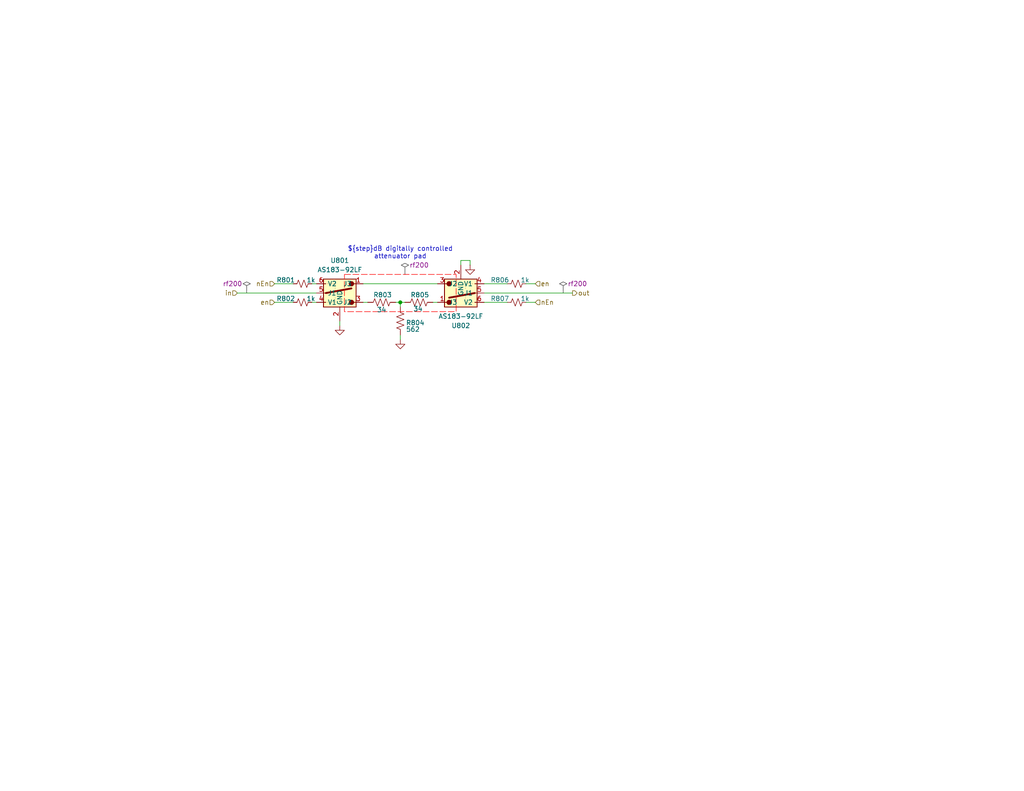
<source format=kicad_sch>
(kicad_sch (version 20250114) (generator "eeschema") (generator_version "9.0")
  (paper "USLetter")
  (title_block (title "Attenuator Tpad") (date "2025-10-13") (company "WB7NAB") (comment 1 "Alan Mimms"))
  (lib_symbols
    (symbol "Device:R_Small_US" (pin_numbers (hide yes)) (pin_names (offset 0.254) (hide yes))
      (property "Reference" "R" (at 0.762 0.508 0))
      (property "Value" "R_Small_US" (at 0.762 -1.016 0))
      (symbol "R_Small_US_1_1"
        (polyline (pts (xy 0 1.524) (xy 1.016 1.143) (xy 0 0.762) (xy -1.016 0.381) (xy 0 0)))
        (polyline (pts (xy 0 0) (xy 1.016 -0.381) (xy 0 -0.762) (xy -1.016 -1.143) (xy 0 -1.524)))
        (pin passive line (at 0 2.54 270) (length 1.016) (name "~") (number "1"))
        (pin passive line (at 0 -2.54 90) (length 1.016) (name "~") (number "2"))
      )
    )
    (symbol "Device:R_US" (pin_numbers (hide yes)) (pin_names (offset 0))
      (property "Reference" "R" (at 2.54 0 90))
      (property "Value" "R_US" (at -2.54 0 90))
      (symbol "R_US_0_1"
        (polyline (pts (xy 0 2.286) (xy 0 2.54)))
        (polyline (pts (xy 0 2.286) (xy 1.016 1.905) (xy 0 1.524) (xy -1.016 1.143) (xy 0 0.762)))
        (polyline (pts (xy 0 0.762) (xy 1.016 0.381) (xy 0 0) (xy -1.016 -0.381) (xy 0 -0.762)))
        (polyline (pts (xy 0 -0.762) (xy 1.016 -1.143) (xy 0 -1.524) (xy -1.016 -1.905) (xy 0 -2.286)))
        (polyline (pts (xy 0 -2.286) (xy 0 -2.54)))
      )
      (symbol "R_US_1_1"
        (pin passive line (at 0 3.81 270) (length 1.27) (name "~") (number "1"))
        (pin passive line (at 0 -3.81 90) (length 1.27) (name "~") (number "2"))
      )
    )
    (symbol "Library:AS183-92LF"
      (property "Reference" "S" (at 21.59 7.62 0))
      (property "Value" "AS183-92LF" (at 21.59 5.08 0))
      (symbol "AS183-92LF_1_1"
        (rectangle (start -4.445 3.81) (end 4.445 -3.81) (stroke (width 0.254)) (fill (type background)))
        (circle (center -3.175 2.54) (radius 0.635) (fill (type outline)))
        (circle (center -3.175 -2.54) (radius 0.635) (fill (type outline)))
        (polyline (pts (xy 3.81 2.54) (xy 1.27 2.54) (xy 1.27 0.635)) (stroke (width 0.127) (type dot)))
        (polyline (pts (xy 3.81 0) (xy -3.175 1.27)) (stroke (width 0.508)))
        (polyline (pts (xy 3.81 -2.54) (xy 1.27 -2.54) (xy 1.27 -1.27)) (stroke (width 0.127) (type dot)))
        (pin passive line (at -6.35 2.54 0) (length 2.54) (name "J3") (number "1"))
        (pin passive line (at -6.35 -2.54 0) (length 2.54) (name "J2") (number "3"))
        (pin passive line (at 0 -7.62 90) (length 3.81) (name "GND") (number "2"))
        (pin passive line (at 6.35 2.54 180) (length 2.54) (name "V2") (number "6"))
        (pin passive line (at 6.35 0 180) (length 2.54) (name "J1") (number "5"))
        (pin passive line (at 6.35 -2.54 180) (length 2.54) (name "V1") (number "4"))
      )
    )
    (symbol "power:GND" (power) (pin_numbers (hide yes)) (pin_names (offset 0) (hide yes))
      (property "Value" "GND" (at 0 -3.81 0))
      (symbol "GND_0_1"
        (polyline (pts (xy 0 0) (xy 0 -1.27) (xy 1.27 -1.27) (xy 0 -2.54) (xy -1.27 -1.27) (xy 0 -1.27)))
      )
      (symbol "GND_1_1"
        (pin power_in line (at 0 0 270) (length 0) (name "~") (number "1"))
      )
    )
  )
  (text "${step}dB digitally controlled\nattenuator pad" (at 109.22 69.088 0) (effects (font (size 1.27 1.27))))
  (junction (at 109.22 82.55))
  (wire (pts (xy 74.93 77.47) (xy 80.01 77.47)))
  (wire (pts (xy 109.22 83.82) (xy 109.22 82.55)))
  (wire (pts (xy 118.11 82.55) (xy 119.38 82.55)))
  (wire (pts (xy 74.93 82.55) (xy 80.01 82.55)))
  (wire (pts (xy 132.08 80.01) (xy 156.21 80.01)))
  (wire (pts (xy 128.27 71.12) (xy 128.27 72.39)))
  (wire (pts (xy 143.51 82.55) (xy 146.05 82.55)))
  (wire (pts (xy 99.06 77.47) (xy 119.38 77.47)))
  (wire (pts (xy 143.51 77.47) (xy 146.05 77.47)))
  (wire (pts (xy 125.73 71.12) (xy 128.27 71.12)))
  (wire (pts (xy 85.09 82.55) (xy 86.36 82.55)))
  (wire (pts (xy 99.06 82.55) (xy 100.33 82.55)))
  (wire (pts (xy 132.08 77.47) (xy 138.43 77.47)))
  (wire (pts (xy 64.77 80.01) (xy 86.36 80.01)))
  (wire (pts (xy 109.22 91.44) (xy 109.22 92.71)))
  (wire (pts (xy 107.95 82.55) (xy 109.22 82.55)))
  (wire (pts (xy 92.71 87.63) (xy 92.71 88.9)))
  (wire (pts (xy 109.22 82.55) (xy 110.49 82.55)))
  (wire (pts (xy 132.08 82.55) (xy 138.43 82.55)))
  (wire (pts (xy 125.73 72.39) (xy 125.73 71.12)))
  (wire (pts (xy 85.09 77.47) (xy 86.36 77.47)))
  (hierarchical_label "nEn" (shape input) (at 146.05 82.55 0))
  (hierarchical_label "nEn" (shape input) (at 74.93 77.47 180))
  (hierarchical_label "in" (shape input) (at 64.77 80.01 180))
  (hierarchical_label "en" (shape input) (at 74.93 82.55 180))
  (hierarchical_label "out" (shape output) (at 156.21 80.01 0))
  (hierarchical_label "en" (shape input) (at 146.05 77.47 0))
  (rule_area (polyline (pts (xy 93.98 74.93) (xy 124.46 74.93) (xy 124.46 83.185) (xy 124.46 85.09) (xy 93.98 85.09)) (stroke (width 0) (type dash))))
  (netclass_flag "" (length 2.54) (shape diamond) (at 153.67 80.01 0) (property "Netclass" "rf200" (at 154.8765 77.47 0) (effects (justify left))))
  (netclass_flag "" (length 2.54) (shape diamond) (at 67.31 80.01 0) (property "Netclass" "rf200" (at 66.1035 77.47 0) (effects (justify right))))
  (netclass_flag "" (length 2.54) (shape diamond) (at 110.49 74.93 0) (property "Netclass" "rf200" (at 111.6965 72.39 0) (effects (justify left))))
  (symbol (lib_id "power:GND") (at 92.71 88.9 0) (unit 1)
    (property "Reference" "#PWR0801" (effects (hide yes)))
    (property "Value" "GND" (effects (hide yes)))
    (property "Description" "Power symbol creates a global label with name \"GND\" , ground" (effects (hide yes)))
    (instances (project "NexRig" (path "" (reference "#PWR0801") (unit 1)) (path "" (reference "#PWR01101") (unit 1)) (path "" (reference "#PWR0901") (unit 1)) (path "" (reference "#PWR01001") (unit 1))))
  )
  (symbol (lib_id "Library:AS183-92LF") (at 92.71 80.01 0) (mirror y) (unit 1)
    (property "Reference" "U801" (at 92.71 71.12 0))
    (property "Value" "AS183-92LF" (at 92.71 73.66 0))
    (property "Footprint" "Library:SOT65P220X110-6N" (effects (hide yes)))
    (property "Datasheet" "https://www.skyworksinc.com/-/media/SkyWorks/Documents/Products/1-100/200177D.pdf" (effects (hide yes)))
    (property "Description" "RF Switch ICs .3-2500MHz IL .3dB IP3 +43dBm" (effects (hide yes)))
    (property "Height" "1.1" (effects (hide yes)))
    (property "Mouser Part Number" "873-AS183-92LF" (effects (hide yes)))
    (property "Mouser Price/Stock" "https://www.mouser.co.uk/ProductDetail/Skyworks-Solutions-Inc/AS183-92LF?qs=WMHGlxXAKT9uKJ5iI33IgQ%3D%3D" (effects (hide yes)))
    (property "Manufacturer_Name" "Skyworks" (effects (hide yes)))
    (property "Manufacturer_Part_Number" "AS183-92LF" (effects (hide yes)))
    (instances (project "NexRig" (path "" (reference "U801") (unit 1)) (path "" (reference "U1101") (unit 1)) (path "" (reference "U901") (unit 1)) (path "" (reference "U1001") (unit 1))))
  )
  (symbol (lib_id "Device:R_Small_US") (at 140.97 82.55 90) (unit 1)
    (property "Reference" "R807" (at 136.398 81.534 90))
    (property "Value" "1k" (at 143.256 81.534 90))
    (property "Footprint" "Resistor_SMD:R_0402_1005Metric" (effects (hide yes)))
    (property "Description" "Resistor, small US symbol" (effects (hide yes)))
    (instances (project "NexRig" (path "" (reference "R807") (unit 1)) (path "" (reference "R1107") (unit 1)) (path "" (reference "R907") (unit 1)) (path "" (reference "R1007") (unit 1))))
  )
  (symbol (lib_id "Device:R_US") (at 109.22 87.63 0) (unit 1)
    (property "Reference" "R804" (at 110.744 88.138 0) (effects (justify left)))
    (property "Value" "562" (at 110.744 89.916 0) (effects (justify left)))
    (property "Footprint" "Resistor_SMD:R_0603_1608Metric" (effects (hide yes)))
    (property "Description" "Resistor, US symbol" (effects (hide yes)))
    (instances (project "NexRig" (path "" (reference "R804") (unit 1)) (path "" (reference "R1104") (unit 1)) (path "" (reference "R904") (unit 1)) (path "" (reference "R1004") (unit 1))))
  )
  (symbol (lib_id "Device:R_Small_US") (at 82.55 77.47 90) (unit 1)
    (property "Reference" "R801" (at 77.978 76.454 90))
    (property "Value" "1k" (at 84.836 76.454 90))
    (property "Footprint" "Resistor_SMD:R_0402_1005Metric" (effects (hide yes)))
    (property "Description" "Resistor, small US symbol" (effects (hide yes)))
    (instances (project "NexRig" (path "" (reference "R801") (unit 1)) (path "" (reference "R1101") (unit 1)) (path "" (reference "R901") (unit 1)) (path "" (reference "R1001") (unit 1))))
  )
  (symbol (lib_id "Device:R_Small_US") (at 82.55 82.55 90) (unit 1)
    (property "Reference" "R802" (at 77.978 81.534 90))
    (property "Value" "1k" (at 84.836 81.534 90))
    (property "Footprint" "Resistor_SMD:R_0402_1005Metric" (effects (hide yes)))
    (property "Description" "Resistor, small US symbol" (effects (hide yes)))
    (instances (project "NexRig" (path "" (reference "R802") (unit 1)) (path "" (reference "R1102") (unit 1)) (path "" (reference "R902") (unit 1)) (path "" (reference "R1002") (unit 1))))
  )
  (symbol (lib_id "Library:AS183-92LF") (at 125.73 80.01 0) (mirror x) (unit 1)
    (property "Reference" "U802" (at 125.73 88.9 0))
    (property "Value" "AS183-92LF" (at 125.73 86.36 0))
    (property "Footprint" "Library:SOT65P220X110-6N" (effects (hide yes)))
    (property "Datasheet" "https://www.skyworksinc.com/-/media/SkyWorks/Documents/Products/1-100/200177D.pdf" (effects (hide yes)))
    (property "Description" "RF Switch ICs .3-2500MHz IL .3dB IP3 +43dBm" (effects (hide yes)))
    (property "Height" "1.1" (effects (hide yes)))
    (property "Mouser Part Number" "873-AS183-92LF" (effects (hide yes)))
    (property "Mouser Price/Stock" "https://www.mouser.co.uk/ProductDetail/Skyworks-Solutions-Inc/AS183-92LF?qs=WMHGlxXAKT9uKJ5iI33IgQ%3D%3D" (effects (hide yes)))
    (property "Manufacturer_Name" "Skyworks" (effects (hide yes)))
    (property "Manufacturer_Part_Number" "AS183-92LF" (effects (hide yes)))
    (instances (project "NexRig" (path "" (reference "U802") (unit 1)) (path "" (reference "U1102") (unit 1)) (path "" (reference "U902") (unit 1)) (path "" (reference "U1002") (unit 1))))
  )
  (symbol (lib_id "power:GND") (at 109.22 92.71 0) (unit 1)
    (property "Reference" "#PWR0802" (effects (hide yes)))
    (property "Value" "GND" (effects (hide yes)))
    (property "Description" "Power symbol creates a global label with name \"GND\" , ground" (effects (hide yes)))
    (instances (project "NexRig" (path "" (reference "#PWR0802") (unit 1)) (path "" (reference "#PWR01102") (unit 1)) (path "" (reference "#PWR0902") (unit 1)) (path "" (reference "#PWR01002") (unit 1))))
  )
  (symbol (lib_id "Device:R_US") (at 114.3 82.55 90) (unit 1)
    (property "Reference" "R805" (at 114.554 80.518 90))
    (property "Value" "34" (at 114.046 84.328 90))
    (property "Footprint" "Resistor_SMD:R_0603_1608Metric" (effects (hide yes)))
    (property "Description" "Resistor, US symbol" (effects (hide yes)))
    (instances (project "NexRig" (path "" (reference "R805") (unit 1)) (path "" (reference "R1105") (unit 1)) (path "" (reference "R905") (unit 1)) (path "" (reference "R1005") (unit 1))))
  )
  (symbol (lib_id "power:GND") (at 128.27 72.39 0) (unit 1)
    (property "Reference" "#PWR0803" (effects (hide yes)))
    (property "Value" "GND" (effects (hide yes)))
    (property "Description" "Power symbol creates a global label with name \"GND\" , ground" (effects (hide yes)))
    (instances (project "NexRig" (path "" (reference "#PWR0803") (unit 1)) (path "" (reference "#PWR01103") (unit 1)) (path "" (reference "#PWR0903") (unit 1)) (path "" (reference "#PWR01003") (unit 1))))
  )
  (symbol (lib_id "Device:R_US") (at 104.14 82.55 270) (unit 1)
    (property "Reference" "R803" (at 104.394 80.518 90))
    (property "Value" "34" (at 104.14 84.582 90))
    (property "Footprint" "Resistor_SMD:R_0603_1608Metric" (effects (hide yes)))
    (property "Description" "Resistor, US symbol" (effects (hide yes)))
    (instances (project "NexRig" (path "" (reference "R803") (unit 1)) (path "" (reference "R1103") (unit 1)) (path "" (reference "R903") (unit 1)) (path "" (reference "R1003") (unit 1))))
  )
  (symbol (lib_id "Device:R_Small_US") (at 140.97 77.47 90) (unit 1)
    (property "Reference" "R806" (at 136.398 76.454 90))
    (property "Value" "1k" (at 143.256 76.454 90))
    (property "Footprint" "Resistor_SMD:R_0402_1005Metric" (effects (hide yes)))
    (property "Description" "Resistor, small US symbol" (effects (hide yes)))
    (instances (project "NexRig" (path "" (reference "R806") (unit 1)) (path "" (reference "R1106") (unit 1)) (path "" (reference "R906") (unit 1)) (path "" (reference "R1006") (unit 1))))
  )
)
</source>
